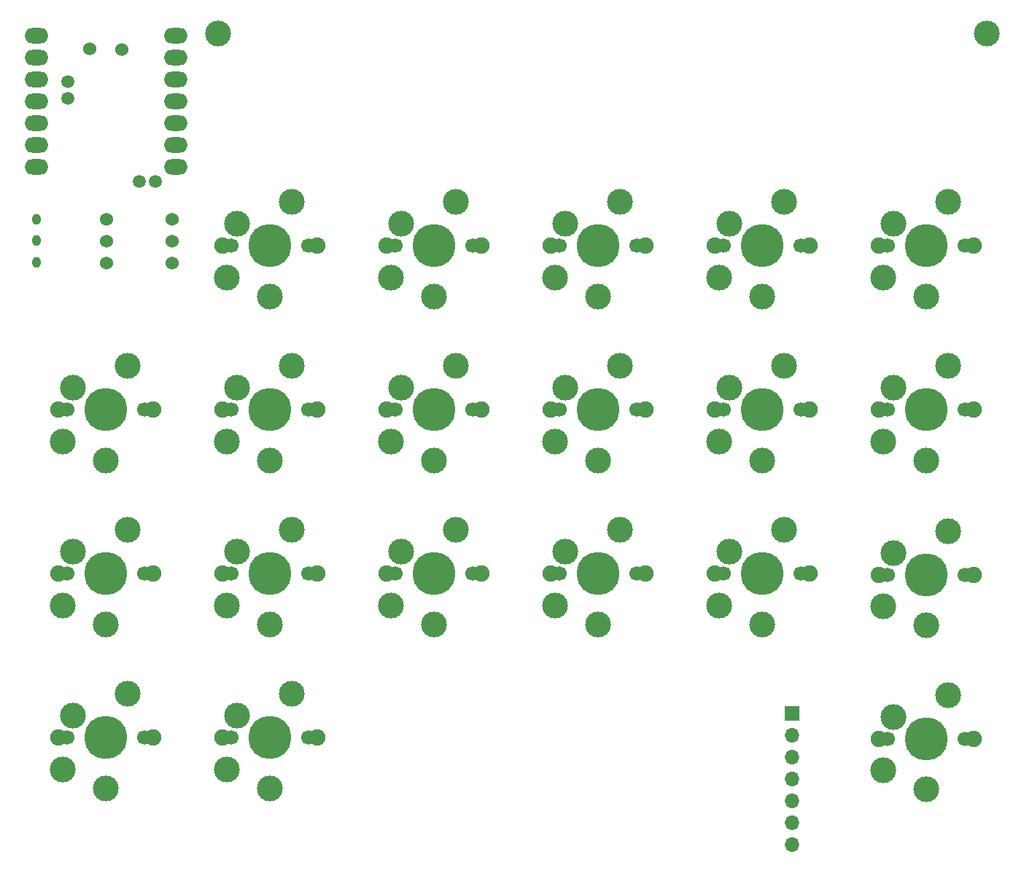
<source format=gbr>
%TF.GenerationSoftware,KiCad,Pcbnew,8.0.7*%
%TF.CreationDate,2025-03-28T15:44:08+09:00*%
%TF.ProjectId,cool642tb_R_with_tb_v130,636f6f6c-3634-4327-9462-5f525f776974,rev?*%
%TF.SameCoordinates,Original*%
%TF.FileFunction,Soldermask,Top*%
%TF.FilePolarity,Negative*%
%FSLAX46Y46*%
G04 Gerber Fmt 4.6, Leading zero omitted, Abs format (unit mm)*
G04 Created by KiCad (PCBNEW 8.0.7) date 2025-03-28 15:44:08*
%MOMM*%
%LPD*%
G01*
G04 APERTURE LIST*
%ADD10C,1.900000*%
%ADD11C,1.700000*%
%ADD12C,3.000000*%
%ADD13C,5.000000*%
%ADD14O,1.000000X1.300000*%
%ADD15C,1.524000*%
%ADD16O,2.750000X1.800000*%
%ADD17C,1.500000*%
%ADD18R,1.700000X1.700000*%
%ADD19O,1.700000X1.700000*%
G04 APERTURE END LIST*
D10*
%TO.C,SW1*%
X-5500000Y0D03*
D11*
X-5080000Y0D03*
D12*
X-5000000Y-3700000D03*
D11*
X-4500000Y0D03*
D12*
X-3810000Y2540000D03*
D13*
X0Y0D03*
D12*
X0Y-5900000D03*
X2540000Y5080000D03*
D11*
X4500000Y0D03*
X5080000Y0D03*
D10*
X5500000Y0D03*
%TD*%
%TO.C,SW8*%
X-24550000Y-38100000D03*
D11*
X-24130000Y-38100000D03*
D12*
X-24050000Y-41800000D03*
D11*
X-23550000Y-38100000D03*
D12*
X-22860000Y-35560000D03*
D13*
X-19050000Y-38100000D03*
D12*
X-19050000Y-44000000D03*
X-16510000Y-33020000D03*
D11*
X-14550000Y-38100000D03*
X-13970000Y-38100000D03*
D10*
X-13550000Y-38100000D03*
%TD*%
%TO.C,SW15*%
X51650000Y-38100000D03*
D11*
X52070000Y-38100000D03*
D12*
X52150000Y-41800000D03*
D11*
X52650000Y-38100000D03*
D12*
X53340000Y-35560000D03*
D13*
X57150000Y-38100000D03*
D12*
X57150000Y-44000000D03*
X59690000Y-33020000D03*
D11*
X61650000Y-38100000D03*
X62230000Y-38100000D03*
D10*
X62650000Y-38100000D03*
%TD*%
%TO.C,SW16*%
X-5500000Y-57150000D03*
D11*
X-5080000Y-57150000D03*
D12*
X-5000000Y-60850000D03*
D11*
X-4500000Y-57150000D03*
D12*
X-3810000Y-54610000D03*
D13*
X0Y-57150000D03*
D12*
X0Y-63050000D03*
X2540000Y-52070000D03*
D11*
X4500000Y-57150000D03*
X5080000Y-57150000D03*
D10*
X5500000Y-57150000D03*
%TD*%
D14*
%TO.C,SW21*%
X-27100000Y-1890000D03*
X-27100000Y610000D03*
X-27100000Y3110000D03*
%TD*%
D10*
%TO.C,SW13*%
X51650000Y0D03*
D11*
X52070000Y0D03*
D12*
X52150000Y-3700000D03*
D11*
X52650000Y0D03*
D12*
X53340000Y2540000D03*
D13*
X57150000Y0D03*
D12*
X57150000Y-5900000D03*
X59690000Y5080000D03*
D11*
X61650000Y0D03*
X62230000Y0D03*
D10*
X62650000Y0D03*
%TD*%
%TO.C,SW17*%
X70700000Y0D03*
D11*
X71120000Y0D03*
D12*
X71200000Y-3700000D03*
D11*
X71700000Y0D03*
D12*
X72390000Y2540000D03*
D13*
X76200000Y0D03*
D12*
X76200000Y-5900000D03*
X78740000Y5080000D03*
D11*
X80700000Y0D03*
X81280000Y0D03*
D10*
X81700000Y0D03*
%TD*%
%TO.C,SW11*%
X32600000Y-38100000D03*
D11*
X33020000Y-38100000D03*
D12*
X33100000Y-41800000D03*
D11*
X33600000Y-38100000D03*
D12*
X34290000Y-35560000D03*
D13*
X38100000Y-38100000D03*
D12*
X38100000Y-44000000D03*
X40640000Y-33020000D03*
D11*
X42600000Y-38100000D03*
X43180000Y-38100000D03*
D10*
X43600000Y-38100000D03*
%TD*%
%TO.C,SW12*%
X-24550000Y-57150000D03*
D11*
X-24130000Y-57150000D03*
D12*
X-24050000Y-60850000D03*
D11*
X-23550000Y-57150000D03*
D12*
X-22860000Y-54610000D03*
D13*
X-19050000Y-57150000D03*
D12*
X-19050000Y-63050000D03*
X-16510000Y-52070000D03*
D11*
X-14550000Y-57150000D03*
X-13970000Y-57150000D03*
D10*
X-13550000Y-57150000D03*
%TD*%
%TO.C,SW19*%
X70700000Y-38200000D03*
D11*
X71120000Y-38200000D03*
D12*
X71200000Y-41900000D03*
D11*
X71700000Y-38200000D03*
D12*
X72390000Y-35660000D03*
D13*
X76200000Y-38200000D03*
D12*
X76200000Y-44100000D03*
X78740000Y-33120000D03*
D11*
X80700000Y-38200000D03*
X81280000Y-38200000D03*
D10*
X81700000Y-38200000D03*
%TD*%
%TO.C,SW20*%
X70700000Y-57250000D03*
D11*
X71120000Y-57250000D03*
D12*
X71200000Y-60950000D03*
D11*
X71700000Y-57250000D03*
D12*
X72390000Y-54710000D03*
D13*
X76200000Y-57250000D03*
D12*
X76200000Y-63150000D03*
X78740000Y-52170000D03*
D11*
X80700000Y-57250000D03*
X81280000Y-57250000D03*
D10*
X81700000Y-57250000D03*
%TD*%
%TO.C,SW3*%
X-5500000Y-38100000D03*
D11*
X-5080000Y-38100000D03*
D12*
X-5000000Y-41800000D03*
D11*
X-4500000Y-38100000D03*
D12*
X-3810000Y-35560000D03*
D13*
X0Y-38100000D03*
D12*
X0Y-44000000D03*
X2540000Y-33020000D03*
D11*
X4500000Y-38100000D03*
X5080000Y-38100000D03*
D10*
X5500000Y-38100000D03*
%TD*%
%TO.C,SW7*%
X13550000Y-38100000D03*
D11*
X13970000Y-38100000D03*
D12*
X14050000Y-41800000D03*
D11*
X14550000Y-38100000D03*
D12*
X15240000Y-35560000D03*
D13*
X19050000Y-38100000D03*
D12*
X19050000Y-44000000D03*
X21590000Y-33020000D03*
D11*
X23550000Y-38100000D03*
X24130000Y-38100000D03*
D10*
X24550000Y-38100000D03*
%TD*%
D15*
%TO.C,U4*%
X-18960000Y3060000D03*
X-18960000Y520000D03*
X-18960000Y-2020000D03*
X-11350000Y3080000D03*
X-11350000Y520000D03*
X-11350000Y-2020000D03*
%TD*%
D10*
%TO.C,SW10*%
X32600000Y-19050000D03*
D11*
X33020000Y-19050000D03*
D12*
X33100000Y-22750000D03*
D11*
X33600000Y-19050000D03*
D12*
X34290000Y-16510000D03*
D13*
X38100000Y-19050000D03*
D12*
X38100000Y-24950000D03*
X40640000Y-13970000D03*
D11*
X42600000Y-19050000D03*
X43180000Y-19050000D03*
D10*
X43600000Y-19050000D03*
%TD*%
D16*
%TO.C,U1*%
X-27110000Y24450000D03*
X-27110000Y21910000D03*
X-27110000Y19370000D03*
X-27110000Y16830000D03*
X-27110000Y14290000D03*
X-27110000Y11750000D03*
X-27110000Y9210000D03*
X-10870000Y9210000D03*
X-10870000Y11750000D03*
X-10870000Y14290000D03*
X-10870000Y16830000D03*
X-10870000Y19370000D03*
X-10870000Y21910000D03*
X-10870000Y24450000D03*
D17*
X-15154600Y7518000D03*
X-13275000Y7518000D03*
X-23435000Y17147000D03*
X-23435000Y19052000D03*
D15*
X-20870000Y22900000D03*
X-17150000Y22840000D03*
%TD*%
D18*
%TO.C,J1*%
X60590000Y-54350000D03*
D19*
X60590000Y-56890000D03*
X60590000Y-59430000D03*
X60590000Y-61970000D03*
X60590000Y-64510000D03*
X60590000Y-67050000D03*
X60590000Y-69590000D03*
%TD*%
D10*
%TO.C,SW5*%
X13550000Y0D03*
D11*
X13970000Y0D03*
D12*
X14050000Y-3700000D03*
D11*
X14550000Y0D03*
D12*
X15240000Y2540000D03*
D13*
X19050000Y0D03*
D12*
X19050000Y-5900000D03*
X21590000Y5080000D03*
D11*
X23550000Y0D03*
X24130000Y0D03*
D10*
X24550000Y0D03*
%TD*%
%TO.C,SW6*%
X13550000Y-19050000D03*
D11*
X13970000Y-19050000D03*
D12*
X14050000Y-22750000D03*
D11*
X14550000Y-19050000D03*
D12*
X15240000Y-16510000D03*
D13*
X19050000Y-19050000D03*
D12*
X19050000Y-24950000D03*
X21590000Y-13970000D03*
D11*
X23550000Y-19050000D03*
X24130000Y-19050000D03*
D10*
X24550000Y-19050000D03*
%TD*%
%TO.C,SW9*%
X32600000Y0D03*
D11*
X33020000Y0D03*
D12*
X33100000Y-3700000D03*
D11*
X33600000Y0D03*
D12*
X34290000Y2540000D03*
D13*
X38100000Y0D03*
D12*
X38100000Y-5900000D03*
X40640000Y5080000D03*
D11*
X42600000Y0D03*
X43180000Y0D03*
D10*
X43600000Y0D03*
%TD*%
%TO.C,SW4*%
X-24550000Y-19050000D03*
D11*
X-24130000Y-19050000D03*
D12*
X-24050000Y-22750000D03*
D11*
X-23550000Y-19050000D03*
D12*
X-22860000Y-16510000D03*
D13*
X-19050000Y-19050000D03*
D12*
X-19050000Y-24950000D03*
X-16510000Y-13970000D03*
D11*
X-14550000Y-19050000D03*
X-13970000Y-19050000D03*
D10*
X-13550000Y-19050000D03*
%TD*%
D12*
%TO.C,BT1*%
X-6020000Y24670000D03*
X83250000Y24710000D03*
%TD*%
D10*
%TO.C,SW2*%
X-5500000Y-19050000D03*
D11*
X-5080000Y-19050000D03*
D12*
X-5000000Y-22750000D03*
D11*
X-4500000Y-19050000D03*
D12*
X-3810000Y-16510000D03*
D13*
X0Y-19050000D03*
D12*
X0Y-24950000D03*
X2540000Y-13970000D03*
D11*
X4500000Y-19050000D03*
X5080000Y-19050000D03*
D10*
X5500000Y-19050000D03*
%TD*%
%TO.C,SW18*%
X70700000Y-19050000D03*
D11*
X71120000Y-19050000D03*
D12*
X71200000Y-22750000D03*
D11*
X71700000Y-19050000D03*
D12*
X72390000Y-16510000D03*
D13*
X76200000Y-19050000D03*
D12*
X76200000Y-24950000D03*
X78740000Y-13970000D03*
D11*
X80700000Y-19050000D03*
X81280000Y-19050000D03*
D10*
X81700000Y-19050000D03*
%TD*%
%TO.C,SW14*%
X51650000Y-19050000D03*
D11*
X52070000Y-19050000D03*
D12*
X52150000Y-22750000D03*
D11*
X52650000Y-19050000D03*
D12*
X53340000Y-16510000D03*
D13*
X57150000Y-19050000D03*
D12*
X57150000Y-24950000D03*
X59690000Y-13970000D03*
D11*
X61650000Y-19050000D03*
X62230000Y-19050000D03*
D10*
X62650000Y-19050000D03*
%TD*%
M02*

</source>
